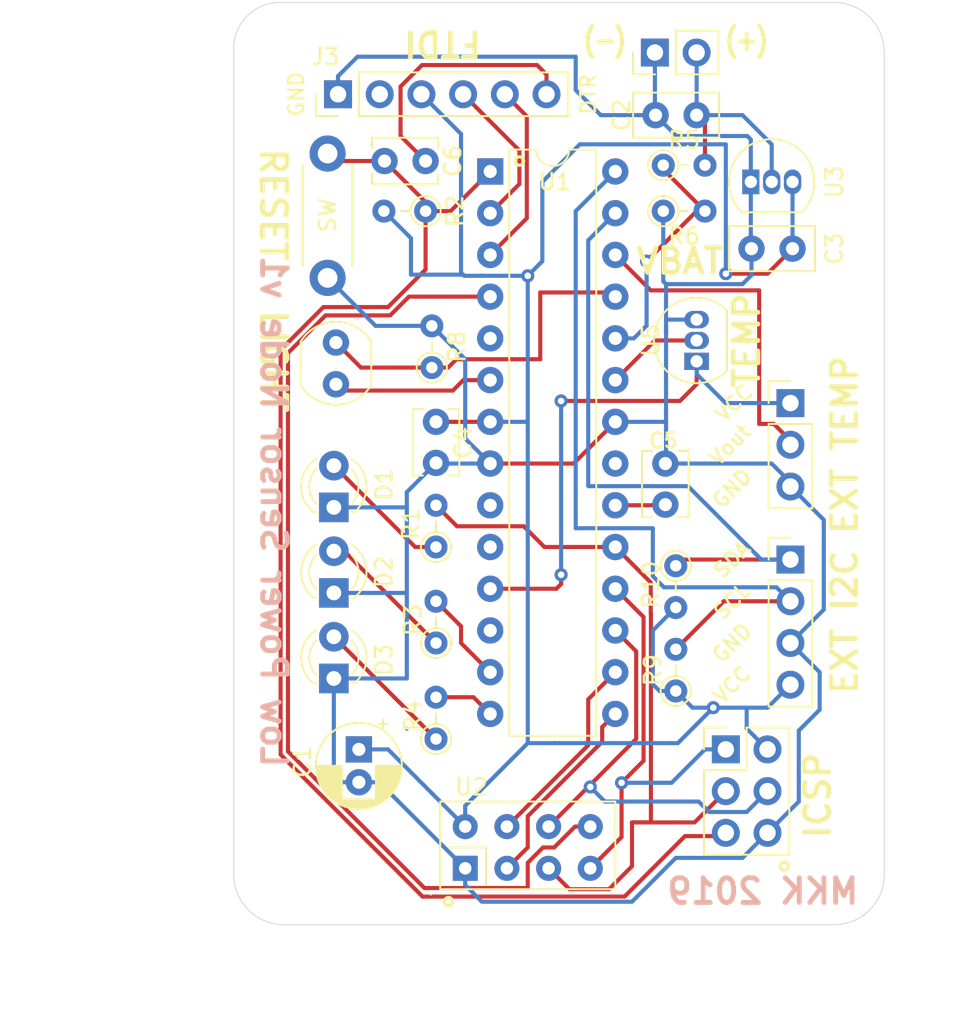
<source format=kicad_pcb>
(kicad_pcb (version 20241229) (generator "pcbnew") (generator_version "9.0")
  (layers (0 "F.Cu" signal) (2 "B.Cu" signal) (13 "F.Paste" user) (15 "B.Paste" user) (5 "F.SilkS" user) (7 "B.SilkS" user) (1 "F.Mask" user) (3 "B.Mask" user) (25 "Edge.Cuts" user))
  (net 0 "")
  (net 1 "Net-(D1-Pad2)")
  (net 2 "Net-(U1-Pad5)")
  (net 3 "Net-(U1-Pad21)")
  (net 4 "Net-(U1-Pad9)")
  (net 5 "Net-(U1-Pad10)")
  (net 6 "Net-(U1-Pad12)")
  (net 7 "Earth")
  (net 8 "BAT(+)")
  (net 9 "VCC1")
  (net 10 "Net-(C6-Pad1)")
  (net 11 "RESET")
  (net 12 "SCK")
  (net 13 "YELLED")
  (net 14 "REDLED")
  (net 15 "MISO")
  (net 16 "MOSI")
  (net 17 "Net-(J3-Pad2)")
  (net 18 "RXD")
  (net 19 "TXD")
  (net 20 "CE")
  (net 21 "~{CSN}")
  (net 22 "IRQ")
  (net 23 "TEMPPIN")
  (net 24 "VBAT")
  (net 25 "TEMPPOWER")
  (net 26 "Net-(D3-Pad2)")
  (net 27 "Net-(D2-Pad2)")
  (net 28 "LIGHTPIN")
  (net 29 "LIGHTPOWER")
  (net 30 "SDA")
  (net 31 "SCL")
  (net 32 "Net-(C5-Pad2)")
  (net 33 "EXT_TEMPPIN")
  (footprint "Capacitor_THT:C_Disc_D3.8mm_W2.6mm_P2.50mm" (layer "F.Cu") (at 137.795 95.377 -90)
    (property "Reference" "C4" (at 1.27 -1.651 270) (layer "F.SilkS"))
    (property "Value" "0.1uF")
    (pad "1" thru_hole circle (at 0 0 270) (size 1.6 1.6) (drill 0.8) (layers "*.Cu" "*.Mask") (net 9 "VCC1"))
    (pad "2" thru_hole circle (at 2.5 0 270) (size 1.6 1.6) (drill 0.8) (layers "*.Cu" "*.Mask") (net 7 "Earth"))
  )
  (footprint "Capacitor_THT:C_Disc_D3.8mm_W2.6mm_P2.50mm" (layer "F.Cu") (at 151.765 97.917 -90)
    (property "Reference" "C5" (at -1.397 0.127 0) (layer "F.SilkS") (effects (font (size 0.889 0.889) (thickness 0.1524))))
    (property "Value" "0.1uF")
    (pad "1" thru_hole circle (at 0 0 270) (size 1.6 1.6) (drill 0.8) (layers "*.Cu" "*.Mask") (net 7 "Earth"))
    (pad "2" thru_hole circle (at 2.5 0 270) (size 1.6 1.6) (drill 0.8) (layers "*.Cu" "*.Mask") (net 32 "Net-(C5-Pad2)"))
  )
  (footprint "Capacitor_THT:C_Disc_D3.8mm_W2.6mm_P2.50mm" (layer "F.Cu") (at 137.16 79.502 180)
    (property "Reference" "C6" (at -1.651 0 270) (layer "F.SilkS"))
    (property "Value" "0.1uF")
    (pad "1" thru_hole circle (at 0 0 180) (size 1.6 1.6) (drill 0.8) (layers "*.Cu" "*.Mask") (net 10 "Net-(C6-Pad1)"))
    (pad "2" thru_hole circle (at 2.5 0 180) (size 1.6 1.6) (drill 0.8) (layers "*.Cu" "*.Mask") (net 11 "RESET"))
  )
  (footprint "Connector_PinHeader_2.54mm:PinHeader_1x04_P2.54mm_Vertical" (layer "F.Cu") (at 159.385 103.759)
    (property "Reference" "J4" (hide yes))
    (property "Value" "BME280 Pinouts")
    (pad "1" thru_hole rect (at 0 0) (size 1.7 1.7) (drill 1) (layers "*.Cu" "*.Mask") (net 30 "SDA"))
    (pad "2" thru_hole oval (at 0 2.54) (size 1.7 1.7) (drill 1) (layers "*.Cu" "*.Mask") (net 31 "SCL"))
    (pad "3" thru_hole oval (at 0 5.08) (size 1.7 1.7) (drill 1) (layers "*.Cu" "*.Mask") (net 7 "Earth"))
    (pad "4" thru_hole oval (at 0 7.62) (size 1.7 1.7) (drill 1) (layers "*.Cu" "*.Mask") (net 9 "VCC1"))
  )
  (footprint "Resistor_THT:R_Axial_DIN0204_L3.6mm_D1.6mm_P2.54mm_Vertical" (layer "F.Cu") (at 137.795 114.681 90)
    (property "Reference" "R4" (at 1.397 -1.397 90) (layer "F.SilkS"))
    (property "Value" "470")
    (pad "1" thru_hole circle (at 0 0 90) (size 1.4 1.4) (drill 0.7) (layers "*.Cu" "*.Mask") (net 26 "Net-(D3-Pad2)"))
    (pad "2" thru_hole oval (at 2.54 0 90) (size 1.4 1.4) (drill 0.7) (layers "*.Cu" "*.Mask") (net 14 "REDLED"))
  )
  (footprint "Resistor_THT:R_Axial_DIN0204_L3.6mm_D1.6mm_P2.54mm_Vertical" (layer "F.Cu") (at 137.795 108.839 90)
    (property "Reference" "R3" (at 1.397 -1.397 270) (layer "F.SilkS"))
    (property "Value" "470")
    (pad "1" thru_hole circle (at 0 0 90) (size 1.4 1.4) (drill 0.7) (layers "*.Cu" "*.Mask") (net 27 "Net-(D2-Pad2)"))
    (pad "2" thru_hole oval (at 2.54 0 90) (size 1.4 1.4) (drill 0.7) (layers "*.Cu" "*.Mask") (net 13 "YELLED"))
  )
  (footprint "Resistor_THT:R_Axial_DIN0204_L3.6mm_D1.6mm_P2.54mm_Vertical" (layer "F.Cu") (at 151.638 82.55)
    (property "Reference" "R6" (at 1.27 1.524 180) (layer "F.SilkS"))
    (property "Value" "100K")
    (pad "1" thru_hole circle (at 0 0) (size 1.4 1.4) (drill 0.7) (layers "*.Cu" "*.Mask") (net 7 "Earth"))
    (pad "2" thru_hole oval (at 2.54 0) (size 1.4 1.4) (drill 0.7) (layers "*.Cu" "*.Mask") (net 24 "VBAT"))
  )
  (footprint "Package_TO_SOT_THT:TO-92_Inline" (layer "F.Cu") (at 156.972 80.772)
    (property "Reference" "U3" (at 5.08 0 90) (layer "F.SilkS"))
    (property "Value" "MCP1700-3302E_TO92")
    (pad "1" thru_hole rect (at 0 0) (size 1.05 1.5) (drill 0.75) (layers "*.Cu" "*.Mask") (net 7 "Earth"))
    (pad "2" thru_hole oval (at 1.27 0) (size 1.05 1.5) (drill 0.75) (layers "*.Cu" "*.Mask") (net 8 "BAT(+)"))
    (pad "3" thru_hole oval (at 2.54 0) (size 1.05 1.5) (drill 0.75) (layers "*.Cu" "*.Mask") (net 9 "VCC1"))
  )
  (footprint "LED_THT:LED_D3.0mm" (layer "F.Cu") (at 131.572 105.791 90)
    (property "Reference" "D2" (at 1.27 3.048 90) (layer "F.SilkS"))
    (property "Value" "YEL")
    (pad "1" thru_hole rect (at 0 0 90) (size 1.8 1.8) (drill 0.9) (layers "*.Cu" "*.Mask") (net 7 "Earth"))
    (pad "2" thru_hole circle (at 2.54 0 90) (size 1.8 1.8) (drill 0.9) (layers "*.Cu" "*.Mask") (net 27 "Net-(D2-Pad2)"))
  )
  (footprint "Resistor_THT:R_Axial_DIN0204_L3.6mm_D1.6mm_P2.54mm_Vertical" (layer "F.Cu") (at 151.638 79.756)
    (property "Reference" "R5" (at 1.27 -1.524 180) (layer "F.SilkS"))
    (property "Value" "330K")
    (pad "1" thru_hole circle (at 0 0) (size 1.4 1.4) (drill 0.7) (layers "*.Cu" "*.Mask") (net 24 "VBAT"))
    (pad "2" thru_hole oval (at 2.54 0) (size 1.4 1.4) (drill 0.7) (layers "*.Cu" "*.Mask") (net 8 "BAT(+)"))
  )
  (footprint "Resistor_THT:R_Axial_DIN0204_L3.6mm_D1.6mm_P2.54mm_Vertical" (layer "F.Cu") (at 137.541 92.075 90)
    (property "Reference" "R8" (at 1.27 1.524 90) (layer "F.SilkS"))
    (property "Value" "4.7K")
    (pad "1" thru_hole circle (at 0 0 90) (size 1.4 1.4) (drill 0.7) (layers "*.Cu" "*.Mask") (net 28 "LIGHTPIN"))
    (pad "2" thru_hole oval (at 2.54 0 90) (size 1.4 1.4) (drill 0.7) (layers "*.Cu" "*.Mask") (net 7 "Earth"))
  )
  (footprint "OptoDevice:R_LDR_4.9x4.2mm_P2.54mm_Vertical" (layer "F.Cu") (at 131.699 90.551 -90)
    (property "Reference" "R7" (hide yes))
    (property "Value" "R_PHOTO")
    (pad "1" thru_hole circle (at 0 0 270) (size 1.6 1.6) (drill 0.8) (layers "*.Cu" "*.Mask") (net 28 "LIGHTPIN"))
    (pad "2" thru_hole circle (at 2.54 0 270) (size 1.6 1.6) (drill 0.8) (layers "*.Cu" "*.Mask") (net 29 "LIGHTPOWER"))
  )
  (footprint "Resistor_THT:R_Axial_DIN0204_L3.6mm_D1.6mm_P2.54mm_Vertical" (layer "F.Cu") (at 137.16 82.55 180)
    (property "Reference" "R2" (at -1.778 0 270) (layer "F.SilkS"))
    (property "Value" "10k")
    (pad "1" thru_hole circle (at 0 0 180) (size 1.4 1.4) (drill 0.7) (layers "*.Cu" "*.Mask") (net 11 "RESET"))
    (pad "2" thru_hole oval (at 2.54 0 180) (size 1.4 1.4) (drill 0.7) (layers "*.Cu" "*.Mask") (net 9 "VCC1"))
  )
  (footprint "Resistor_THT:R_Axial_DIN0204_L3.6mm_D1.6mm_P2.54mm_Vertical" (layer "F.Cu") (at 137.795 102.997 90)
    (property "Reference" "R1" (at 1.397 -1.524 270) (layer "F.SilkS"))
    (property "Value" "470")
    (pad "1" thru_hole circle (at 0 0 90) (size 1.4 1.4) (drill 0.7) (layers "*.Cu" "*.Mask") (net 1 "Net-(D1-Pad2)"))
    (pad "2" thru_hole oval (at 2.54 0 90) (size 1.4 1.4) (drill 0.7) (layers "*.Cu" "*.Mask") (net 12 "SCK"))
  )
  (footprint "LED_THT:LED_D3.0mm" (layer "F.Cu") (at 131.572 100.584 90)
    (property "Reference" "D1" (at 1.397 3.048 90) (layer "F.SilkS"))
    (property "Value" "GRN")
    (pad "1" thru_hole rect (at 0 0 90) (size 1.8 1.8) (drill 0.9) (layers "*.Cu" "*.Mask") (net 7 "Earth"))
    (pad "2" thru_hole circle (at 2.54 0 90) (size 1.8 1.8) (drill 0.9) (layers "*.Cu" "*.Mask") (net 1 "Net-(D1-Pad2)"))
  )
  (footprint "Package_DIP:DIP-28_W7.62mm" (layer "F.Cu") (at 141.097 80.137)
    (property "Reference" "U1" (at 3.937 0.635 0) (layer "F.SilkS"))
    (property "Value" "ATmega328P-PU")
    (pad "1" thru_hole rect (at 0 0) (size 1.6 1.6) (drill 0.8) (layers "*.Cu" "*.Mask") (net 11 "RESET"))
    (pad "2" thru_hole oval (at 0 2.54) (size 1.6 1.6) (drill 0.8) (layers "*.Cu" "*.Mask") (net 18 "RXD"))
    (pad "3" thru_hole oval (at 0 5.08) (size 1.6 1.6) (drill 0.8) (layers "*.Cu" "*.Mask") (net 19 "TXD"))
    (pad "4" thru_hole oval (at 0 7.62) (size 1.6 1.6) (drill 0.8) (layers "*.Cu" "*.Mask") (net 22 "IRQ"))
    (pad "5" thru_hole oval (at 0 10.16) (size 1.6 1.6) (drill 0.8) (layers "*.Cu" "*.Mask") (net 2 "Net-(U1-Pad5)"))
    (pad "6" thru_hole oval (at 0 12.7) (size 1.6 1.6) (drill 0.8) (layers "*.Cu" "*.Mask") (net 29 "LIGHTPOWER"))
    (pad "7" thru_hole oval (at 0 15.24) (size 1.6 1.6) (drill 0.8) (layers "*.Cu" "*.Mask") (net 9 "VCC1"))
    (pad "8" thru_hole oval (at 0 17.78) (size 1.6 1.6) (drill 0.8) (layers "*.Cu" "*.Mask") (net 7 "Earth"))
    (pad "9" thru_hole oval (at 0 20.32) (size 1.6 1.6) (drill 0.8) (layers "*.Cu" "*.Mask") (net 4 "Net-(U1-Pad9)"))
    (pad "10" thru_hole oval (at 0 22.86) (size 1.6 1.6) (drill 0.8) (layers "*.Cu" "*.Mask") (net 5 "Net-(U1-Pad10)"))
    (pad "11" thru_hole oval (at 0 25.4) (size 1.6 1.6) (drill 0.8) (layers "*.Cu" "*.Mask") (net 25 "TEMPPOWER"))
    (pad "12" thru_hole oval (at 0 27.94) (size 1.6 1.6) (drill 0.8) (layers "*.Cu" "*.Mask") (net 6 "Net-(U1-Pad12)"))
    (pad "13" thru_hole oval (at 0 30.48) (size 1.6 1.6) (drill 0.8) (layers "*.Cu" "*.Mask") (net 13 "YELLED"))
    (pad "14" thru_hole oval (at 0 33.02) (size 1.6 1.6) (drill 0.8) (layers "*.Cu" "*.Mask") (net 14 "REDLED"))
    (pad "15" thru_hole oval (at 7.62 33.02) (size 1.6 1.6) (drill 0.8) (layers "*.Cu" "*.Mask") (net 20 "CE"))
    (pad "16" thru_hole oval (at 7.62 30.48) (size 1.6 1.6) (drill 0.8) (layers "*.Cu" "*.Mask") (net 21 "~{CSN}"))
    (pad "17" thru_hole oval (at 7.62 27.94) (size 1.6 1.6) (drill 0.8) (layers "*.Cu" "*.Mask") (net 16 "MOSI"))
    (pad "18" thru_hole oval (at 7.62 25.4) (size 1.6 1.6) (drill 0.8) (layers "*.Cu" "*.Mask") (net 15 "MISO"))
    (pad "19" thru_hole oval (at 7.62 22.86) (size 1.6 1.6) (drill 0.8) (layers "*.Cu" "*.Mask") (net 12 "SCK"))
    (pad "20" thru_hole oval (at 7.62 20.32) (size 1.6 1.6) (drill 0.8) (layers "*.Cu" "*.Mask") (net 32 "Net-(C5-Pad2)"))
    (pad "21" thru_hole oval (at 7.62 17.78) (size 1.6 1.6) (drill 0.8) (layers "*.Cu" "*.Mask") (net 3 "Net-(U1-Pad21)"))
    (pad "22" thru_hole oval (at 7.62 15.24) (size 1.6 1.6) (drill 0.8) (layers "*.Cu" "*.Mask") (net 7 "Earth"))
    (pad "23" thru_hole oval (at 7.62 12.7) (size 1.6 1.6) (drill 0.8) (layers "*.Cu" "*.Mask") (net 23 "TEMPPIN"))
    (pad "24" thru_hole oval (at 7.62 10.16) (size 1.6 1.6) (drill 0.8) (layers "*.Cu" "*.Mask") (net 24 "VBAT"))
    (pad "25" thru_hole oval (at 7.62 7.62) (size 1.6 1.6) (drill 0.8) (layers "*.Cu" "*.Mask") (net 28 "LIGHTPIN"))
    (pad "26" thru_hole oval (at 7.62 5.08) (size 1.6 1.6) (drill 0.8) (layers "*.Cu" "*.Mask") (net 33 "EXT_TEMPPIN"))
    (pad "27" thru_hole oval (at 7.62 2.54) (size 1.6 1.6) (drill 0.8) (layers "*.Cu" "*.Mask") (net 30 "SDA"))
    (pad "28" thru_hole oval (at 7.62 0) (size 1.6 1.6) (drill 0.8) (layers "*.Cu" "*.Mask") (net 31 "SCL"))
  )
  (footprint "Connector_PinHeader_2.54mm:PinHeader_2x03_P2.54mm_Vertical" (layer "F.Cu") (at 155.448 115.316)
    (property "Reference" "J2" (hide yes))
    (property "Value" "AVR-ISP-6")
    (pad "1" thru_hole rect (at 0 0) (size 1.7 1.7) (drill 1) (layers "*.Cu" "*.Mask") (net 15 "MISO"))
    (pad "2" thru_hole oval (at 2.54 0) (size 1.7 1.7) (drill 1) (layers "*.Cu" "*.Mask") (net 9 "VCC1"))
    (pad "3" thru_hole oval (at 0 2.54) (size 1.7 1.7) (drill 1) (layers "*.Cu" "*.Mask") (net 12 "SCK"))
    (pad "4" thru_hole oval (at 2.54 2.54) (size 1.7 1.7) (drill 1) (layers "*.Cu" "*.Mask") (net 16 "MOSI"))
    (pad "5" thru_hole oval (at 0 5.08) (size 1.7 1.7) (drill 1) (layers "*.Cu" "*.Mask") (net 11 "RESET"))
    (pad "6" thru_hole oval (at 2.54 5.08) (size 1.7 1.7) (drill 1) (layers "*.Cu" "*.Mask") (net 7 "Earth"))
  )
  (footprint "LoPower2:SW_PUSH_L6mm_W3.5mm_H5mm" (layer "F.Cu") (at 131.191 78.994 -90)
    (property "Reference" "SW1" (hide yes))
    (property "Value" "SW_Push")
    (fp_text user "SW" (at 3.81 0 270) (layer "F.SilkS"))
    (pad "1" thru_hole circle (at 0.052 0 270) (size 2.2 2.2) (drill 1.2) (layers "*.Cu" "*.Mask") (net 11 "RESET"))
    (pad "2" thru_hole circle (at 7.62 0 270) (size 2.2 2.2) (drill 1.2) (layers "*.Cu" "*.Mask") (net 7 "Earth"))
  )
  (footprint "Capacitor_THT:C_Disc_D5.0mm_W2.5mm_P2.50mm" (layer "F.Cu") (at 153.67 76.708 180)
    (property "Reference" "C2" (at 4.572 0 270) (layer "F.SilkS"))
    (property "Value" "1uF")
    (pad "1" thru_hole circle (at 0 0 180) (size 1.6 1.6) (drill 0.8) (layers "*.Cu" "*.Mask") (net 8 "BAT(+)"))
    (pad "2" thru_hole circle (at 2.5 0 180) (size 1.6 1.6) (drill 0.8) (layers "*.Cu" "*.Mask") (net 7 "Earth"))
  )
  (footprint "Package_TO_SOT_THT:TO-92_Inline" (layer "F.Cu") (at 153.67 91.694 90)
    (property "Reference" "U5" (at 1.27 -2.794 90) (layer "F.SilkS"))
    (property "Value" "LM35DZ")
    (pad "1" thru_hole rect (at 0 0 90) (size 1.05 1.5) (drill 0.75) (layers "*.Cu" "*.Mask") (net 25 "TEMPPOWER"))
    (pad "2" thru_hole oval (at 1.27 0 90) (size 1.05 1.5) (drill 0.75) (layers "*.Cu" "*.Mask") (net 23 "TEMPPIN"))
    (pad "3" thru_hole oval (at 2.54 0 90) (size 1.05 1.5) (drill 0.75) (layers "*.Cu" "*.Mask") (net 7 "Earth"))
  )
  (footprint "LED_THT:LED_D3.0mm" (layer "F.Cu") (at 131.572 110.998 90)
    (property "Reference" "D3" (at 1.143 3.048 270) (layer "F.SilkS"))
    (property "Value" "RED")
    (pad "1" thru_hole rect (at 0 0 90) (size 1.8 1.8) (drill 0.9) (layers "*.Cu" "*.Mask") (net 7 "Earth"))
    (pad "2" thru_hole circle (at 2.54 0 90) (size 1.8 1.8) (drill 0.9) (layers "*.Cu" "*.Mask") (net 26 "Net-(D3-Pad2)"))
  )
  (footprint "MountingHole:MountingHole_3.2mm_M3" (layer "F.Cu") (at 129.286 122.174)
    (property "Reference" "REF**" (hide yes))
    (property "Value" "MountingHole_3.2mm_M3")
    (pad "" np_thru_hole circle (at 0 0) (size 3.2 3.2) (drill 3.2) (layers "*.Cu" "*.Mask"))
  )
  (footprint "Connector_PinHeader_2.54mm:PinHeader_1x02_P2.54mm_Vertical" (layer "F.Cu") (at 151.13 72.898 90)
    (property "Reference" "J1" (hide yes))
    (property "Value" "3xAA Battery")
    (pad "1" thru_hole rect (at 0 0 90) (size 1.7 1.7) (drill 1) (layers "*.Cu" "*.Mask") (net 7 "Earth"))
    (pad "2" thru_hole oval (at 0 2.54 90) (size 1.7 1.7) (drill 1) (layers "*.Cu" "*.Mask") (net 8 "BAT(+)"))
  )
  (footprint "Connector_PinHeader_2.54mm:PinHeader_1x03_P2.54mm_Vertical" (layer "F.Cu") (at 159.385 94.234)
    (property "Reference" "J5" (hide yes))
    (property "Value" "EXT_TEMP")
    (pad "1" thru_hole rect (at 0 0) (size 1.7 1.7) (drill 1) (layers "*.Cu" "*.Mask") (net 25 "TEMPPOWER"))
    (pad "2" thru_hole oval (at 0 2.54) (size 1.7 1.7) (drill 1) (layers "*.Cu" "*.Mask") (net 33 "EXT_TEMPPIN"))
    (pad "3" thru_hole oval (at 0 5.08) (size 1.7 1.7) (drill 1) (layers "*.Cu" "*.Mask") (net 7 "Earth"))
  )
  (footprint "LoPower2:nRF24L01" (layer "F.Cu") (at 139.573 122.555 90)
    (property "Reference" "U2" (at 4.953 0.381 180) (layer "F.SilkS"))
    (property "Value" "NRF24L01")
    (pad "1" thru_hole rect (at 0 0 90) (size 1.524 1.524) (drill 0.762) (layers "*.Cu" "*.Mask") (net 7 "Earth"))
    (pad "2" thru_hole circle (at 2.54 0 90) (size 1.524 1.524) (drill 0.762) (layers "*.Cu" "*.Mask") (net 9 "VCC1"))
    (pad "3" thru_hole circle (at 0 2.54 90) (size 1.524 1.524) (drill 0.762) (layers "*.Cu" "*.Mask") (net 20 "CE"))
    (pad "4" thru_hole circle (at 2.54 2.54 90) (size 1.524 1.524) (drill 0.762) (layers "*.Cu" "*.Mask") (net 21 "~{CSN}"))
    (pad "5" thru_hole circle (at 0 5.08 90) (size 1.524 1.524) (drill 0.762) (layers "*.Cu" "*.Mask") (net 12 "SCK"))
    (pad "6" thru_hole circle (at 2.54 5.08 90) (size 1.524 1.524) (drill 0.762) (layers "*.Cu" "*.Mask") (net 16 "MOSI"))
    (pad "7" thru_hole circle (at 0 7.62 90) (size 1.524 1.524) (drill 0.762) (layers "*.Cu" "*.Mask") (net 15 "MISO"))
    (pad "8" thru_hole circle (at 2.54 7.62 90) (size 1.524 1.524) (drill 0.762) (layers "*.Cu" "*.Mask") (net 22 "IRQ"))
  )
  (footprint "Resistor_THT:R_Axial_DIN0204_L3.6mm_D1.6mm_P2.54mm_Vertical" (layer "F.Cu") (at 152.4 104.14 -90)
    (property "Reference" "R10" (at 1.143 1.524 270) (layer "F.SilkS"))
    (property "Value" "4.7k")
    (pad "1" thru_hole circle (at 0 0 270) (size 1.4 1.4) (drill 0.7) (layers "*.Cu" "*.Mask") (net 30 "SDA"))
    (pad "2" thru_hole oval (at 2.54 0 270) (size 1.4 1.4) (drill 0.7) (layers "*.Cu" "*.Mask") (net 9 "VCC1"))
  )
  (footprint "Connector_PinHeader_2.54mm:PinHeader_1x06_P2.54mm_Vertical" (layer "F.Cu") (at 131.826 75.438 90)
    (property "Reference" "J3" (at 2.286 -0.762 180) (layer "F.SilkS"))
    (property "Value" "FTDI")
    (pad "1" thru_hole rect (at 0 0 90) (size 1.7 1.7) (drill 1) (layers "*.Cu" "*.Mask") (net 7 "Earth"))
    (pad "2" thru_hole oval (at 0 2.54 90) (size 1.7 1.7) (drill 1) (layers "*.Cu" "*.Mask") (net 17 "Net-(J3-Pad2)"))
    (pad "3" thru_hole oval (at 0 5.08 90) (size 1.7 1.7) (drill 1) (layers "*.Cu" "*.Mask") (net 9 "VCC1"))
    (pad "4" thru_hole oval (at 0 7.62 90) (size 1.7 1.7) (drill 1) (layers "*.Cu" "*.Mask") (net 18 "RXD"))
    (pad "5" thru_hole oval (at 0 10.16 90) (size 1.7 1.7) (drill 1) (layers "*.Cu" "*.Mask") (net 19 "TXD"))
    (pad "6" thru_hole oval (at 0 12.7 90) (size 1.7 1.7) (drill 1) (layers "*.Cu" "*.Mask") (net 10 "Net-(C6-Pad1)"))
  )
  (footprint "MountingHole:MountingHole_3.2mm_M3" (layer "F.Cu") (at 161.29 73.66)
    (property "Reference" "REF**" (hide yes))
    (property "Value" "MountingHole_3.2mm_M3")
    (pad "" np_thru_hole circle (at 0 0) (size 3.2 3.2) (drill 3.2) (layers "*.Cu" "*.Mask"))
  )
  (footprint "Capacitor_THT:CP_Radial_D5.0mm_P2.00mm" (layer "F.Cu") (at 133.096 115.316 -90)
    (property "Reference" "C1" (at 0.762 3.429 270) (layer "F.SilkS"))
    (property "Value" "10uF 16V")
    (pad "1" thru_hole rect (at 0 0 270) (size 1.6 1.6) (drill 0.8) (layers "*.Cu" "*.Mask") (net 9 "VCC1"))
    (pad "2" thru_hole circle (at 2 0 270) (size 1.6 1.6) (drill 0.8) (layers "*.Cu" "*.Mask") (net 7 "Earth"))
  )
  (footprint "Capacitor_THT:C_Disc_D5.0mm_W2.5mm_P2.50mm" (layer "F.Cu") (at 159.512 84.836 180)
    (property "Reference" "C3" (at -2.54 0 270) (layer "F.SilkS"))
    (property "Value" "1uF")
    (pad "1" thru_hole circle (at 0 0 180) (size 1.6 1.6) (drill 0.8) (layers "*.Cu" "*.Mask") (net 9 "VCC1"))
    (pad "2" thru_hole circle (at 2.5 0 180) (size 1.6 1.6) (drill 0.8) (layers "*.Cu" "*.Mask") (net 7 "Earth"))
  )
  (footprint "Resistor_THT:R_Axial_DIN0204_L3.6mm_D1.6mm_P2.54mm_Vertical" (layer "F.Cu") (at 152.4 111.76 90)
    (property "Reference" "R9" (at 1.27 -1.397 90) (layer "F.SilkS"))
    (property "Value" "4.7k")
    (pad "1" thru_hole circle (at 0 0 90) (size 1.4 1.4) (drill 0.7) (layers "*.Cu" "*.Mask") (net 9 "VCC1"))
    (pad "2" thru_hole oval (at 2.54 0 90) (size 1.4 1.4) (drill 0.7) (layers "*.Cu" "*.Mask") (net 31 "SCL"))
  )
  (gr_circle (center 142.875 79.502) (end 143.129 79.502) (stroke (width 0.2)) (fill no) (layer "F.SilkS"))
  (gr_circle (center 159.004 122.428) (end 159.004 122.682) (stroke (width 0.2)) (fill no) (layer "F.SilkS"))
  (gr_circle (center 138.557 124.587) (end 138.811 124.587) (stroke (width 0.2)) (fill no) (layer "F.SilkS"))
  (gr_arc (start 165.1 122.936) (mid 164.207261 125.091261) (end 162.052 125.984) (stroke (width 0.05)) (layer "Edge.Cuts"))
  (gr_arc (start 125.476 72.644) (mid 126.294344 70.668344) (end 128.27 69.85) (stroke (width 0.05)) (layer "Edge.Cuts"))
  (gr_arc (start 162.052 69.85) (mid 164.207261 70.742739) (end 165.1 72.898) (stroke (width 0.05)) (layer "Edge.Cuts"))
  (gr_arc (start 128.524 125.984) (mid 126.368739 125.091261) (end 125.476 122.936) (stroke (width 0.05)) (layer "Edge.Cuts"))
  (gr_line (start 128.27 69.85) (end 162.052 69.85) (stroke (width 0.05)) (layer "Edge.Cuts"))
  (gr_line (start 165.1 72.898) (end 165.1 122.936) (stroke (width 0.05)) (layer "Edge.Cuts"))
  (gr_line (start 128.524 125.984) (end 162.052 125.984) (stroke (width 0.05)) (layer "Edge.Cuts"))
  (gr_line (start 125.476 122.936) (end 125.476 72.644) (stroke (width 0.05)) (layer "Edge.Cuts"))
  (gr_text "(+)" (at 156.718 72.136 0) (layer "F.SilkS") (effects (font (size 1.25 1) (thickness 0.25))))
  (gr_text "GND" (at 155.829 99.441 45) (layer "F.SilkS") (effects (font (size 0.889 0.889) (thickness 0.1524))))
  (gr_text "VCC" (at 155.956 94.234 45) (layer "F.SilkS") (effects (font (size 0.889 0.889) (thickness 0.1524))))
  (gr_text "Vout" (at 155.702 96.774 45) (layer "F.SilkS") (effects (font (size 0.889 0.889) (thickness 0.1524))))
  (gr_text "(-)" (at 148.082 72.136 0) (layer "F.SilkS") (effects (font (size 1.25 1) (thickness 0.25))))
  (gr_text "VCC" (at 155.829 111.379 45) (layer "F.SilkS") (effects (font (size 0.889 0.889) (thickness 0.1524))))
  (gr_text "GND" (at 129.286 75.438 90) (layer "F.SilkS") (effects (font (size 0.889 0.889) (thickness 0.1524))))
  (gr_text "EXT I2C" (at 162.687 107.569 90) (layer "F.SilkS") (effects (font (size 1.5 1.5) (thickness 0.3))))
  (gr_text "DTR" (at 147.066 75.438 90) (layer "F.SilkS") (effects (font (size 0.889 0.889) (thickness 0.1524))))
  (gr_text "TEMP" (at 156.718 90.424 90) (layer "F.SilkS") (effects (font (size 1.5 1.5) (thickness 0.3))))
  (gr_text "SDA" (at 155.829 103.759 45) (layer "F.SilkS") (effects (font (size 0.889 0.889) (thickness 0.1524))))
  (gr_text "RESET" (at 127.889 82.169 270) (layer "F.SilkS") (effects (font (size 1.5 1.5) (thickness 0.3))))
  (gr_text "ICSP" (at 161.036 118.11 90) (layer "F.SilkS") (effects (font (size 1.5 1.5) (thickness 0.3))))
  (gr_text "VBAT" (at 152.654 85.598 0) (layer "F.SilkS") (effects (font (size 1.5 1.5) (thickness 0.3))))
  (gr_text "GND" (at 155.829 108.839 45) (layer "F.SilkS") (effects (font (size 0.889 0.889) (thickness 0.1524))))
  (gr_text "FTDI" (at 138.2014 72.3646 180) (layer "F.SilkS") (effects (font (size 1.5 1.5) (thickness 0.3))))
  (gr_text "SCL" (at 155.829 106.299 45) (layer "F.SilkS") (effects (font (size 0.889 0.889) (thickness 0.1524))))
  (gr_text "EXT TEMP" (at 162.687 96.774 90) (layer "F.SilkS") (effects (font (size 1.5 1.5) (thickness 0.3))))
  (gr_text "LIGHT" (at 127.889 91.694 270) (layer "F.SilkS") (effects (font (size 1.5 1.5) (thickness 0.3))))
  (gr_text "MKK 2019" (at 157.7086 123.952 0) (layer "B.SilkS") (effects (font (size 1.5 1.5) (thickness 0.3)) (justify mirror)))
  (gr_text "Low Power Sensor Node v1" (at 127.9144 100.838 270) (layer "B.SilkS") (effects (font (size 1.5 1.5) (thickness 0.3)) (justify mirror)))
  (segment (start 137.795 102.997) (end 136.525 102.997) (width 0.25) (layer "F.Cu") (net 1))
  (segment (start 136.525 102.997) (end 131.572 98.044) (width 0.25) (layer "F.Cu") (net 1))
  (segment (start 137.835 97.917) (end 137.795 97.877) (width 0.25) (layer "F.Cu") (net 7))
  (segment (start 151.257 97.917) (end 151.765 97.917) (width 0.25) (layer "F.Cu") (net 7))
  (segment (start 146.177 97.917) (end 148.717 95.377) (width 0.25) (layer "F.Cu") (net 7))
  (segment (start 141.097 97.917) (end 146.177 97.917) (width 0.25) (layer "F.Cu") (net 7))
  (segment (start 139.573 96.393) (end 141.097 97.917) (width 0.25) (layer "B.Cu") (net 7))
  (segment (start 139.573 91.567) (end 139.573 96.393) (width 0.25) (layer "B.Cu") (net 7))
  (segment (start 137.541 89.535) (end 139.573 91.567) (width 0.25) (layer "B.Cu") (net 7))
  (segment (start 151.807001 95.377) (end 151.807001 97.663) (width 0.25) (layer "B.Cu") (net 7))
  (segment (start 148.717 95.377) (end 151.807001 95.377) (width 0.25) (layer "B.Cu") (net 7))
  (segment (start 159.893 114.173) (end 161.163 112.903) (width 0.25) (layer "B.Cu") (net 7))
  (segment (start 154.178 97.917) (end 158.242 97.917) (width 0.25) (layer "B.Cu") (net 7))
  (segment (start 159.512 118.872) (end 157.988 120.396) (width 0.25) (layer "B.Cu") (net 7))
  (segment (start 136.017 105.791) (end 136.017 110.229) (width 0.25) (layer "B.Cu") (net 7))
  (segment (start 136.017 100.584) (end 136.017 105.149) (width 0.25) (layer "B.Cu") (net 7))
  (segment (start 151.638 86.823998) (end 151.638 82.55) (width 0.25) (layer "B.Cu") (net 7))
  (segment (start 139.573 123.571) (end 140.589 124.587) (width 0.25) (layer "B.Cu") (net 7))
  (segment (start 134.119 105.791) (end 136.017 105.791) (width 0.25) (layer "B.Cu") (net 7))
  (segment (start 151.807001 89.154) (end 151.807001 89.916) (width 0.25) (layer "B.Cu") (net 7))
  (segment (start 136.017 110.229) (end 136.017 110.998) (width 0.25) (layer "B.Cu") (net 7))
  (segment (start 161.163 112.903) (end 161.163 110.617) (width 0.25) (layer "B.Cu") (net 7))
  (segment (start 131.572 116.92337) (end 131.96463 117.316) (width 0.25) (layer "B.Cu") (net 7))
  (segment (start 156.972 80.772) (end 156.972 84.796) (width 0.25) (layer "B.Cu") (net 7))
  (segment (start 157.012 86.444999) (end 156.464 86.992999) (width 0.25) (layer "B.Cu") (net 7))
  (segment (start 141.097 97.917) (end 137.835 97.917) (width 0.25) (layer "B.Cu") (net 7))
  (segment (start 151.807001 89.916) (end 151.807001 90.932) (width 0.25) (layer "B.Cu") (net 7))
  (segment (start 160.234999 100.163999) (end 159.385 99.314) (width 0.25) (layer "B.Cu") (net 7))
  (segment (start 159.893 118.491) (end 159.512 118.872) (width 0.25) (layer "B.Cu") (net 7))
  (segment (start 156.972 78.192) (end 156.758 77.978) (width 0.25) (layer "B.Cu") (net 7))
  (segment (start 151.807001 90.932) (end 151.807001 95.377) (width 0.25) (layer "B.Cu") (net 7))
  (segment (start 152.44 77.978) (end 151.17 76.708) (width 0.25) (layer "B.Cu") (net 7))
  (segment (start 151.13 76.668) (end 151.17 76.708) (width 0.25) (layer "B.Cu") (net 7))
  (segment (start 161.163 110.617) (end 159.385 108.839) (width 0.25) (layer "B.Cu") (net 7))
  (segment (start 133.096 117.316) (end 134.334 117.316) (width 0.25) (layer "B.Cu") (net 7))
  (segment (start 151.807001 86.992999) (end 151.638 86.823998) (width 0.25) (layer "B.Cu") (net 7))
  (segment (start 136.017 105.149) (end 136.017 105.791) (width 0.25) (layer "B.Cu") (net 7))
  (segment (start 156.972 78.192) (end 156.972 80.772) (width 0.25) (layer "B.Cu") (net 7))
  (segment (start 161.417 101.346) (end 160.234999 100.163999) (width 0.25) (layer "B.Cu") (net 7))
  (segment (start 161.417 106.807) (end 161.417 101.346) (width 0.25) (layer "B.Cu") (net 7))
  (segment (start 133.992 110.998) (end 136.017 110.998) (width 0.25) (layer "B.Cu") (net 7))
  (segment (start 136.017 100.584) (end 136.017 99.655) (width 0.25) (layer "B.Cu") (net 7))
  (segment (start 133.992 110.998) (end 131.572 110.998) (width 0.25) (layer "B.Cu") (net 7))
  (segment (start 131.96463 117.316) (end 133.096 117.316) (width 0.25) (layer "B.Cu") (net 7))
  (segment (start 146.304 73.152) (end 133.012 73.152) (width 0.25) (layer "B.Cu") (net 7))
  (segment (start 137.835 97.917) (end 137.795 97.877) (width 0.25) (layer "B.Cu") (net 7))
  (segment (start 159.893 118.491) (end 159.893 114.173) (width 0.25) (layer "B.Cu") (net 7))
  (segment (start 133.012 73.152) (end 131.826 74.338) (width 0.25) (layer "B.Cu") (net 7))
  (segment (start 151.807001 86.992999) (end 151.807001 89.154) (width 0.25) (layer "B.Cu") (net 7))
  (segment (start 158.242 97.917) (end 159.639 99.314) (width 0.25) (layer "B.Cu") (net 7))
  (segment (start 134.334 117.316) (end 139.573 122.555) (width 0.25) (layer "B.Cu") (net 7))
  (segment (start 140.589 124.587) (end 149.733 124.587) (width 0.25) (layer "B.Cu") (net 7))
  (segment (start 131.572 110.998) (end 131.572 116.92337) (width 0.25) (layer "B.Cu") (net 7))
  (segment (start 136.017 99.655) (end 137.795 97.877) (width 0.25) (layer "B.Cu") (net 7))
  (segment (start 152.4 121.92) (end 156.464 121.92) (width 0.25) (layer "B.Cu") (net 7))
  (segment (start 137.541 89.535) (end 134.112 89.535) (width 0.25) (layer "B.Cu") (net 7))
  (segment (start 151.13 72.898) (end 151.13 76.668) (width 0.25) (layer "B.Cu") (net 7))
  (segment (start 151.807001 89.154) (end 153.67 89.154) (width 0.25) (layer "B.Cu") (net 7))
  (segment (start 157.012 84.836) (end 157.012 86.444999) (width 0.25) (layer "B.Cu") (net 7))
  (segment (start 136.017 114.053) (end 136.01 114.053) (width 0.25) (layer "B.Cu") (net 7))
  (segment (start 152.89637 97.917) (end 151.765 97.917) (width 0.25) (layer "B.Cu") (net 7))
  (segment (start 156.464 121.92) (end 157.988 120.396) (width 0.25) (layer "B.Cu") (net 7))
  (segment (start 134.119 105.791) (end 131.572 105.791) (width 0.25) (layer "B.Cu") (net 7))
  (segment (start 151.807001 89.572999) (end 151.807001 89.916) (width 0.25) (layer "B.Cu") (net 7))
  (segment (start 149.733 124.587) (end 152.4 121.92) (width 0.25) (layer "B.Cu") (net 7))
  (segment (start 134.112 89.535) (end 131.191 86.614) (width 0.25) (layer "B.Cu") (net 7))
  (segment (start 156.758 77.978) (end 152.44 77.978) (width 0.25) (layer "B.Cu") (net 7))
  (segment (start 154.178 97.917) (end 152.89637 97.917) (width 0.25) (layer "B.Cu") (net 7))
  (segment (start 147.828 76.708) (end 151.17 76.708) (width 0.25) (layer "B.Cu") (net 7))
  (segment (start 146.304 73.152) (end 146.304 75.184) (width 0.25) (layer "B.Cu") (net 7))
  (segment (start 151.807001 86.992999) (end 156.464 86.992999) (width 0.25) (layer "B.Cu") (net 7))
  (segment (start 135.088 100.584) (end 136.017 100.584) (width 0.25) (layer "B.Cu") (net 7))
  (segment (start 146.304 75.184) (end 147.828 76.708) (width 0.25) (layer "B.Cu") (net 7))
  (segment (start 135.088 100.584) (end 131.572 100.584) (width 0.25) (layer "B.Cu") (net 7))
  (segment (start 156.972 84.796) (end 157.012 84.836) (width 0.25) (layer "B.Cu") (net 7))
  (segment (start 139.573 122.555) (end 139.573 123.571) (width 0.25) (layer "B.Cu") (net 7))
  (segment (start 131.826 74.338) (end 131.826 75.438) (width 0.25) (layer "B.Cu") (net 7))
  (segment (start 159.385 108.839) (end 161.417 106.807) (width 0.25) (layer "B.Cu") (net 7))
  (segment (start 154.178 77.216) (end 153.67 76.708) (width 0.25) (layer "F.Cu") (net 8))
  (segment (start 154.178 79.756) (end 154.178 77.216) (width 0.25) (layer "F.Cu") (net 8))
  (segment (start 156.464 76.708) (end 153.67 76.708) (width 0.25) (layer "B.Cu") (net 8))
  (segment (start 158.242 80.772) (end 158.242 78.486) (width 0.25) (layer "B.Cu") (net 8))
  (segment (start 158.242 78.486) (end 156.464 76.708) (width 0.25) (layer "B.Cu") (net 8))
  (segment (start 153.67 72.898) (end 153.67 76.708) (width 0.25) (layer "B.Cu") (net 8))
  (segment (start 137.795 95.377) (end 138.92637 95.377) (width 0.25) (layer "F.Cu") (net 9))
  (segment (start 138.92637 95.377) (end 141.097 95.377) (width 0.25) (layer "F.Cu") (net 9))
  (segment (start 157.988 86.36) (end 159.512 84.836) (width 0.25) (layer "F.Cu") (net 9))
  (segment (start 155.448 86.36) (end 157.988 86.36) (width 0.25) (layer "F.Cu") (net 9))
  (via (at 143.383 86.487) (size 0.8) (drill 0.4) (layers "F.Cu" "B.Cu") (net 9))
  (via (at 154.686 112.776) (size 0.8) (drill 0.4) (layers "F.Cu" "B.Cu") (net 9))
  (via (at 155.448 86.36) (size 0.8) (drill 0.4) (layers "F.Cu" "B.Cu") (net 9))
  (segment (start 143.383 95.377) (end 143.383 113.411) (width 0.25) (layer "B.Cu") (net 9))
  (segment (start 141.097 95.377) (end 142.22837 95.377) (width 0.25) (layer "B.Cu") (net 9))
  (segment (start 142.22837 95.377) (end 143.383 95.377) (width 0.25) (layer "B.Cu") (net 9))
  (segment (start 143.383 94.361) (end 143.383 95.377) (width 0.25) (layer "B.Cu") (net 9))
  (segment (start 143.383 113.411) (end 143.383 113.665) (width 0.25) (layer "B.Cu") (net 9))
  (segment (start 143.383 89.281) (end 143.383 94.361) (width 0.25) (layer "B.Cu") (net 9))
  (segment (start 154.686 112.776) (end 156.718 112.776) (width 0.25) (layer "B.Cu") (net 9))
  (segment (start 145.034 114.935) (end 145.288 114.935) (width 0.25) (layer "B.Cu") (net 9))
  (segment (start 136.271 86.41799) (end 136.271 84.201) (width 0.25) (layer "B.Cu") (net 9))
  (segment (start 143.383 114.935) (end 139.573 118.745) (width 0.25) (layer "B.Cu") (net 9))
  (segment (start 153.416 112.776) (end 152.4 111.76) (width 0.25) (layer "B.Cu") (net 9))
  (segment (start 155.448 78.486) (end 146.558 78.486) (width 0.25) (layer "B.Cu") (net 9))
  (segment (start 151.410051 111.76) (end 151.003 111.352949) (width 0.25) (layer "B.Cu") (net 9))
  (segment (start 154.686 112.776) (end 153.416 112.776) (width 0.25) (layer "B.Cu") (net 9))
  (segment (start 157.988 112.776) (end 159.385 111.379) (width 0.25) (layer "B.Cu") (net 9))
  (segment (start 152.146 114.935) (end 152.527 114.935) (width 0.25) (layer "B.Cu") (net 9))
  (segment (start 145.288 114.935) (end 152.146 114.935) (width 0.25) (layer "B.Cu") (net 9))
  (segment (start 136.271 86.41799) (end 139.446 86.41799) (width 0.25) (layer "B.Cu") (net 9))
  (segment (start 144.272 80.772) (end 144.272 85.598) (width 0.25) (layer "B.Cu") (net 9))
  (segment (start 151.003 108.077) (end 152.4 106.68) (width 0.25) (layer "B.Cu") (net 9))
  (segment (start 139.573 118.745) (end 139.573 120.015) (width 0.25) (layer "B.Cu") (net 9))
  (segment (start 143.383 86.487) (end 143.383 89.281) (width 0.25) (layer "B.Cu") (net 9))
  (segment (start 139.319 77.851) (end 139.319 86.29099) (width 0.25) (layer "B.Cu") (net 9))
  (segment (start 156.718 114.046) (end 157.988 115.316) (width 0.25) (layer "B.Cu") (net 9))
  (segment (start 159.512 80.772) (end 159.512 84.41359) (width 0.25) (layer "B.Cu") (net 9))
  (segment (start 156.718 112.776) (end 156.718 114.046) (width 0.25) (layer "B.Cu") (net 9))
  (segment (start 152.4 111.76) (end 151.410051 111.76) (width 0.25) (layer "B.Cu") (net 9))
  (segment (start 159.748009 84.649599) (end 159.748009 84.836) (width 0.25) (layer "B.Cu") (net 9))
  (segment (start 156.718 112.776) (end 157.988 112.776) (width 0.25) (layer "B.Cu") (net 9))
  (segment (start 144.272 85.598) (end 143.383 86.487) (width 0.25) (layer "B.Cu") (net 9))
  (segment (start 143.383 113.665) (end 143.383 114.935) (width 0.25) (layer "B.Cu") (net 9))
  (segment (start 151.003 111.352949) (end 151.003 108.077) (width 0.25) (layer "B.Cu") (net 9))
  (segment (start 159.512 84.41359) (end 159.748009 84.649599) (width 0.25) (layer "B.Cu") (net 9))
  (segment (start 136.271 84.201) (end 134.62 82.55) (width 0.25) (layer "B.Cu") (net 9))
  (segment (start 140.716 86.487) (end 143.383 86.487) (width 0.25) (layer "B.Cu") (net 9))
  (segment (start 152.527 114.935) (end 154.686 112.776) (width 0.25) (layer "B.Cu") (net 9))
  (segment (start 154.686 112.776) (end 154.686 112.776) (width 0.25) (layer "B.Cu") (net 9))
  (segment (start 139.319 77.851) (end 136.906 75.438) (width 0.25) (layer "B.Cu") (net 9))
  (segment (start 155.448 86.36) (end 155.448 78.486) (width 0.25) (layer "B.Cu") (net 9))
  (segment (start 140.462 86.487) (end 140.716 86.487) (width 0.25) (layer "B.Cu") (net 9))
  (segment (start 145.034 114.935) (end 143.383 114.935) (width 0.25) (layer "B.Cu") (net 9))
  (segment (start 146.558 78.486) (end 144.272 80.772) (width 0.25) (layer "B.Cu") (net 9))
  (segment (start 134.874 115.316) (end 133.096 115.316) (width 0.25) (layer "B.Cu") (net 9))
  (segment (start 139.573 120.015) (end 134.874 115.316) (width 0.25) (layer "B.Cu") (net 9))
  (segment (start 139.51501 86.487) (end 139.38801 86.36) (width 0.25) (layer "B.Cu") (net 9))
  (segment (start 140.716 86.487) (end 139.51501 86.487) (width 0.25) (layer "B.Cu") (net 9))
  (segment (start 144.526 75.438) (end 144.526 74.235919) (width 0.25) (layer "F.Cu") (net 10))
  (segment (start 135.636 77.47) (end 135.636 77.978) (width 0.25) (layer "F.Cu") (net 10))
  (segment (start 135.636 77.978) (end 137.16 79.502) (width 0.25) (layer "F.Cu") (net 10))
  (segment (start 143.950081 73.66) (end 136.944998 73.66) (width 0.25) (layer "F.Cu") (net 10))
  (segment (start 135.636 74.968998) (end 135.636 77.47) (width 0.25) (layer "F.Cu") (net 10))
  (segment (start 144.526 74.235919) (end 143.950081 73.66) (width 0.25) (layer "F.Cu") (net 10))
  (segment (start 136.944998 73.66) (end 135.636 74.968998) (width 0.25) (layer "F.Cu") (net 10))
  (segment (start 140.97 80.01) (end 141.097 80.137) (width 0.25) (layer "F.Cu") (net 11))
  (segment (start 134.874 88.392) (end 137.16 86.106) (width 0.25) (layer "F.Cu") (net 11))
  (segment (start 149.28299 124.27501) (end 136.97501 124.27501) (width 0.25) (layer "F.Cu") (net 11))
  (segment (start 137.16 82.002) (end 137.16 82.55) (width 0.25) (layer "F.Cu") (net 11))
  (segment (start 152.965991 120.592009) (end 149.28299 124.27501) (width 0.25) (layer "F.Cu") (net 11))
  (segment (start 137.16 86.106) (end 137.16 82.55) (width 0.25) (layer "F.Cu") (net 11))
  (segment (start 130.935589 88.392) (end 134.874 88.392) (width 0.25) (layer "F.Cu") (net 11))
  (segment (start 128.327989 115.62799) (end 128.327989 90.9996) (width 0.25) (layer "F.Cu") (net 11))
  (segment (start 134.66 79.502) (end 131.647 79.502) (width 0.25) (layer "F.Cu") (net 11))
  (segment (start 137.16 82.55) (end 138.684 82.55) (width 0.25) (layer "F.Cu") (net 11))
  (segment (start 134.66 79.502) (end 137.16 82.002) (width 0.25) (layer "F.Cu") (net 11))
  (segment (start 134.458 79.3) (end 134.66 79.502) (width 0.25) (layer "F.Cu") (net 11))
  (segment (start 131.647 79.502) (end 131.191 79.046) (width 0.25) (layer "F.Cu") (net 11))
  (segment (start 136.97501 124.27501) (end 128.327989 115.62799) (width 0.25) (layer "F.Cu") (net 11))
  (segment (start 138.684 82.55) (end 141.097 80.137) (width 0.25) (layer "F.Cu") (net 11))
  (segment (start 155.448 120.592009) (end 152.965991 120.592009) (width 0.25) (layer "F.Cu") (net 11))
  (segment (start 128.327989 90.9996) (end 130.935589 88.392) (width 0.25) (layer "F.Cu") (net 11))
  (segment (start 144.653 122.555) (end 145.923 123.825) (width 0.25) (layer "F.Cu") (net 12))
  (segment (start 145.923 123.825) (end 148.336 123.825) (width 0.25) (layer "F.Cu") (net 12))
  (segment (start 149.733 119.761) (end 149.733 122.428) (width 0.25) (layer "F.Cu") (net 12))
  (segment (start 149.733 122.428) (end 148.59 123.571) (width 0.25) (layer "F.Cu") (net 12))
  (segment (start 148.336 123.825) (end 148.59 123.571) (width 0.25) (layer "F.Cu") (net 12))
  (segment (start 150.876 119.761) (end 150.88702 119.74998) (width 0.25) (layer "F.Cu") (net 12))
  (segment (start 149.733 119.761) (end 150.876 119.761) (width 0.25) (layer "F.Cu") (net 12))
  (segment (start 150.88702 119.74998) (end 150.88702 107.07061) (width 0.25) (layer "F.Cu") (net 12))
  (segment (start 150.876 107.05959) (end 150.876 105.156) (width 0.25) (layer "F.Cu") (net 12))
  (segment (start 150.88702 107.07061) (end 150.876 107.05959) (width 0.25) (layer "F.Cu") (net 12))
  (segment (start 150.876 105.156) (end 148.717 102.997) (width 0.25) (layer "F.Cu") (net 12))
  (segment (start 149.733 119.761) (end 152.654 119.761) (width 0.25) (layer "F.Cu") (net 12))
  (segment (start 137.795 100.457) (end 139.070772 101.732772) (width 0.25) (layer "F.Cu") (net 12))
  (segment (start 153.543 119.761) (end 155.448 117.856) (width 0.25) (layer "F.Cu") (net 12))
  (segment (start 152.654 119.761) (end 153.543 119.761) (width 0.25) (layer "F.Cu") (net 12))
  (segment (start 143.134772 101.732772) (end 144.399 102.997) (width 0.25) (layer "F.Cu") (net 12))
  (segment (start 144.399 102.997) (end 148.717 102.997) (width 0.25) (layer "F.Cu") (net 12))
  (segment (start 139.070772 101.732772) (end 143.134772 101.732772) (width 0.25) (layer "F.Cu") (net 12))
  (segment (start 139.319 108.839) (end 139.319 107.823) (width 0.25) (layer "F.Cu") (net 13))
  (segment (start 139.319 107.823) (end 137.795 106.299) (width 0.25) (layer "F.Cu") (net 13))
  (segment (start 141.097 110.617) (end 139.319 108.839) (width 0.25) (layer "F.Cu") (net 13))
  (segment (start 141.097 113.157) (end 140.081 112.141) (width 0.25) (layer "F.Cu") (net 14))
  (segment (start 140.081 112.141) (end 137.795 112.141) (width 0.25) (layer "F.Cu") (net 14))
  (segment (start 149.098 117.348) (end 149.098 120.65) (width 0.25) (layer "F.Cu") (net 15))
  (segment (start 149.098 120.65) (end 147.828 121.92) (width 0.25) (layer "F.Cu") (net 15))
  (segment (start 149.098 117.348) (end 149.098 117.348) (width 0.25) (layer "F.Cu") (net 15))
  (segment (start 150.43701 116.00899) (end 149.098 117.348) (width 0.25) (layer "F.Cu") (net 15))
  (segment (start 150.43701 107.25701) (end 150.43701 116.00899) (width 0.25) (layer "F.Cu") (net 15))
  (segment (start 147.828 121.92) (end 147.193 122.555) (width 0.25) (layer "F.Cu") (net 15))
  (segment (start 148.717 105.537) (end 150.43701 107.25701) (width 0.25) (layer "F.Cu") (net 15))
  (via (at 149.098 117.348) (size 0.8) (drill 0.4) (layers "F.Cu" "B.Cu") (net 15))
  (segment (start 152.146 117.348) (end 154.178 115.316) (width 0.25) (layer "B.Cu") (net 15))
  (segment (start 152.146 117.348) (end 149.098 117.348) (width 0.25) (layer "B.Cu") (net 15))
  (segment (start 154.178 115.316) (end 155.448 115.316) (width 0.25) (layer "B.Cu") (net 15))
  (segment (start 149.987 114.681) (end 148.463 116.205) (width 0.25) (layer "F.Cu") (net 16))
  (segment (start 148.717 108.077) (end 149.987 109.347) (width 0.25) (layer "F.Cu") (net 16))
  (segment (start 149.987 109.347) (end 149.987 114.681) (width 0.25) (layer "F.Cu") (net 16))
  (segment (start 144.653 120.015) (end 148.463 116.205) (width 0.25) (layer "F.Cu") (net 16))
  (via (at 147.193 117.602) (size 0.8) (drill 0.4) (layers "F.Cu" "B.Cu") (net 16))
  (segment (start 153.797 118.491) (end 154.432 119.126) (width 0.25) (layer "B.Cu") (net 16))
  (segment (start 148.082 118.491) (end 153.797 118.491) (width 0.25) (layer "B.Cu") (net 16))
  (segment (start 156.718 119.126) (end 157.138001 118.705999) (width 0.25) (layer "B.Cu") (net 16))
  (segment (start 147.193 117.602) (end 148.082 118.491) (width 0.25) (layer "B.Cu") (net 16))
  (segment (start 154.432 119.126) (end 156.718 119.126) (width 0.25) (layer "B.Cu") (net 16))
  (segment (start 157.138001 118.705999) (end 157.988 117.856) (width 0.25) (layer "B.Cu") (net 16))
  (segment (start 141.097 82.677) (end 142.875 80.899) (width 0.25) (layer "F.Cu") (net 18))
  (segment (start 142.875 80.899) (end 142.875 78.867) (width 0.25) (layer "F.Cu") (net 18))
  (segment (start 142.875 78.867) (end 139.446 75.438) (width 0.25) (layer "F.Cu") (net 18))
  (segment (start 141.097 85.217) (end 143.325009 82.988991) (width 0.25) (layer "F.Cu") (net 19))
  (segment (start 143.325009 82.988991) (end 143.325009 76.777009) (width 0.25) (layer "F.Cu") (net 19))
  (segment (start 142.835999 76.287999) (end 141.986 75.438) (width 0.25) (layer "F.Cu") (net 19))
  (segment (start 143.325009 76.777009) (end 142.835999 76.287999) (width 0.25) (layer "F.Cu") (net 19))
  (segment (start 148.826001 112.954001) (end 148.717 113.063002) (width 0.25) (layer "F.Cu") (net 20))
  (segment (start 143.383 119.38141) (end 147.917001 114.847409) (width 0.25) (layer "F.Cu") (net 20))
  (segment (start 142.113 122.555) (end 143.383 121.285) (width 0.25) (layer "F.Cu") (net 20))
  (segment (start 147.917001 114.847409) (end 147.917001 113.956999) (width 0.25) (layer "F.Cu") (net 20))
  (segment (start 147.917001 113.956999) (end 148.717 113.157) (width 0.25) (layer "F.Cu") (net 20))
  (segment (start 143.383 121.285) (end 143.383 119.38141) (width 0.25) (layer "F.Cu") (net 20))
  (segment (start 147.066 115.062) (end 142.113 120.015) (width 0.25) (layer "F.Cu") (net 21))
  (segment (start 148.717 110.617) (end 147.066 112.268) (width 0.25) (layer "F.Cu") (net 21))
  (segment (start 147.066 112.268) (end 147.066 115.062) (width 0.25) (layer "F.Cu") (net 21))
  (segment (start 146.261762 120.015) (end 147.193 120.015) (width 0.25) (layer "F.Cu") (net 22))
  (segment (start 141.097 87.757) (end 136.14541 87.757) (width 0.25) (layer "F.Cu") (net 22))
  (segment (start 144.314238 121.285) (end 144.991762 121.285) (width 0.25) (layer "F.Cu") (net 22))
  (segment (start 136.14541 87.757) (end 135.00241 88.9) (width 0.25) (layer "F.Cu") (net 22))
  (segment (start 128.778 91.186) (end 128.778 115.44159) (width 0.25) (layer "F.Cu") (net 22))
  (segment (start 128.778 115.44159) (end 137.090409 123.753999) (width 0.25) (layer "F.Cu") (net 22))
  (segment (start 131.064 88.9) (end 128.778 91.186) (width 0.25) (layer "F.Cu") (net 22))
  (segment (start 137.090409 123.753999) (end 143.383 123.753999) (width 0.25) (layer "F.Cu") (net 22))
  (segment (start 144.991762 121.285) (end 146.261762 120.015) (width 0.25) (layer "F.Cu") (net 22))
  (segment (start 135.00241 88.9) (end 131.064 88.9) (width 0.25) (layer "F.Cu") (net 22))
  (segment (start 143.383 123.753999) (end 143.383 122.216238) (width 0.25) (layer "F.Cu") (net 22))
  (segment (start 143.383 122.216238) (end 144.314238 121.285) (width 0.25) (layer "F.Cu") (net 22))
  (segment (start 151.13 90.424) (end 153.67 90.424) (width 0.25) (layer "F.Cu") (net 23))
  (segment (start 148.717 92.837) (end 151.13 90.424) (width 0.25) (layer "F.Cu") (net 23))
  (segment (start 150.622 85.598) (end 150.622 85.598) (width 0.25) (layer "F.Cu") (net 24))
  (segment (start 153.67 82.55) (end 154.178 82.55) (width 0.25) (layer "F.Cu") (net 24))
  (segment (start 151.638 80.01) (end 151.638 79.756) (width 0.25) (layer "F.Cu") (net 24))
  (segment (start 154.178 82.55) (end 151.638 80.01) (width 0.25) (layer "F.Cu") (net 24))
  (segment (start 150.622 85.598) (end 153.67 82.55) (width 0.25) (layer "F.Cu") (net 24))
  (via (at 150.622 85.598) (size 0.8) (drill 0.4) (layers "F.Cu" "B.Cu") (net 24))
  (segment (start 150.622 86.163685) (end 150.622 85.598) (width 0.25) (layer "B.Cu") (net 24))
  (segment (start 150.622 89.52337) (end 150.622 86.163685) (width 0.25) (layer "B.Cu") (net 24))
  (segment (start 149.84837 90.297) (end 150.622 89.52337) (width 0.25) (layer "B.Cu") (net 24))
  (segment (start 148.717 90.297) (end 149.84837 90.297) (width 0.25) (layer "B.Cu") (net 24))
  (segment (start 142.22837 105.537) (end 141.097 105.537) (width 0.25) (layer "F.Cu") (net 25))
  (segment (start 145.128684 105.537) (end 142.22837 105.537) (width 0.25) (layer "F.Cu") (net 25))
  (segment (start 145.415 105.250684) (end 145.128684 105.537) (width 0.25) (layer "F.Cu") (net 25))
  (segment (start 145.415 104.684999) (end 145.415 105.250684) (width 0.25) (layer "F.Cu") (net 25))
  (segment (start 145.415 94.107) (end 145.415 94.107) (width 0.25) (layer "F.Cu") (net 25))
  (segment (start 145.415 94.107) (end 152.654 94.107) (width 0.25) (layer "F.Cu") (net 25))
  (segment (start 153.67 93.091) (end 153.67 91.694) (width 0.25) (layer "F.Cu") (net 25))
  (segment (start 152.654 94.107) (end 153.67 93.091) (width 0.25) (layer "F.Cu") (net 25))
  (via (at 145.415 94.107) (size 0.8) (drill 0.4) (layers "F.Cu" "B.Cu") (net 25))
  (via (at 145.415 104.684999) (size 0.8) (drill 0.4) (layers "F.Cu" "B.Cu") (net 25))
  (segment (start 145.415 104.684999) (end 145.415 104.684999) (width 0.25) (layer "B.Cu") (net 25))
  (segment (start 145.415 104.684999) (end 145.415 104.684999) (width 0.25) (layer "B.Cu") (net 25))
  (segment (start 145.415 94.107) (end 145.415 104.684999) (width 0.25) (layer "B.Cu") (net 25))
  (segment (start 155.435 94.234) (end 158.539 94.234) (width 0.25) (layer "B.Cu") (net 25))
  (segment (start 153.67 92.469) (end 155.435 94.234) (width 0.25) (layer "B.Cu") (net 25))
  (segment (start 153.67 91.694) (end 153.67 92.469) (width 0.25) (layer "B.Cu") (net 25))
  (segment (start 158.539 94.234) (end 159.639 94.234) (width 0.25) (layer "B.Cu") (net 25))
  (segment (start 137.795 114.681) (end 131.572 108.458) (width 0.25) (layer "F.Cu") (net 26))
  (segment (start 132.207 103.251) (end 131.572 103.251) (width 0.25) (layer "F.Cu") (net 27))
  (segment (start 137.795 108.839) (end 132.207 103.251) (width 0.25) (layer "F.Cu") (net 27))
  (segment (start 138.530949 92.075) (end 139.038949 91.567) (width 0.25) (layer "F.Cu") (net 28))
  (segment (start 144.145 91.567) (end 144.145 87.503) (width 0.25) (layer "F.Cu") (net 28))
  (segment (start 144.145 87.503) (end 148.463 87.503) (width 0.25) (layer "F.Cu") (net 28))
  (segment (start 133.223 92.075) (end 131.89091 90.74291) (width 0.25) (layer "F.Cu") (net 28))
  (segment (start 137.541 92.075) (end 133.223 92.075) (width 0.25) (layer "F.Cu") (net 28))
  (segment (start 139.038949 91.567) (end 144.145 91.567) (width 0.25) (layer "F.Cu") (net 28))
  (segment (start 137.541 92.075) (end 138.530949 92.075) (width 0.25) (layer "F.Cu") (net 28))
  (segment (start 148.463 87.503) (end 148.717 87.757) (width 0.25) (layer "F.Cu") (net 28))
  (segment (start 138.82263 93.472) (end 132.08 93.472) (width 0.25) (layer "F.Cu") (net 29))
  (segment (start 132.08 93.472) (end 131.699 93.091) (width 0.25) (layer "F.Cu") (net 29))
  (segment (start 141.097 92.837) (end 139.45763 92.837) (width 0.25) (layer "F.Cu") (net 29))
  (segment (start 139.45763 92.837) (end 138.82263 93.472) (width 0.25) (layer "F.Cu") (net 29))
  (segment (start 152.781 103.759) (end 152.4 104.14) (width 0.25) (layer "F.Cu") (net 30))
  (segment (start 159.385 103.759) (end 152.781 103.759) (width 0.25) (layer "F.Cu") (net 30))
  (segment (start 147.088001 99.291999) (end 153.139999 99.291999) (width 0.25) (layer "B.Cu") (net 30))
  (segment (start 147.066 84.328) (end 147.066 99.269998) (width 0.25) (layer "B.Cu") (net 30))
  (segment (start 147.066 99.269998) (end 147.088001 99.291999) (width 0.25) (layer "B.Cu") (net 30))
  (segment (start 153.924 100.076) (end 157.607 103.759) (width 0.25) (layer "B.Cu") (net 30))
  (segment (start 153.139999 99.291999) (end 153.924 100.076) (width 0.25) (layer "B.Cu") (net 30))
  (segment (start 157.607 103.759) (end 159.385 103.759) (width 0.25) (layer "B.Cu") (net 30))
  (segment (start 148.717 82.677) (end 147.066 84.328) (width 0.25) (layer "B.Cu") (net 30))
  (segment (start 159.385 106.299) (end 155.321 106.299) (width 0.25) (layer "F.Cu") (net 31))
  (segment (start 155.321 106.299) (end 152.4 109.22) (width 0.25) (layer "F.Cu") (net 31))
  (segment (start 146.304 82.55) (end 146.304 101.854) (width 0.25) (layer "B.Cu") (net 31))
  (segment (start 151.003 101.854) (end 151.003 104.775) (width 0.25) (layer "B.Cu") (net 31))
  (segment (start 158.535001 105.449001) (end 159.385 106.299) (width 0.25) (layer "B.Cu") (net 31))
  (segment (start 148.717 80.137) (end 146.304 82.55) (width 0.25) (layer "B.Cu") (net 31))
  (segment (start 146.304 101.854) (end 151.003 101.854) (width 0.25) (layer "B.Cu") (net 31))
  (segment (start 151.677001 105.449001) (end 158.535001 105.449001) (width 0.25) (layer "B.Cu") (net 31))
  (segment (start 151.003 104.775) (end 151.677001 105.449001) (width 0.25) (layer "B.Cu") (net 31))
  (segment (start 148.717 100.457) (end 151.725 100.457) (width 0.25) (layer "F.Cu") (net 32))
  (segment (start 151.725 100.457) (end 151.765 100.417) (width 0.25) (layer "F.Cu") (net 32))
  (segment (start 150.876 87.376) (end 148.717 85.217) (width 0.25) (layer "F.Cu") (net 33))
  (segment (start 157.48 87.376) (end 156.972 87.376) (width 0.25) (layer "F.Cu") (net 33))
  (segment (start 157.48 87.376) (end 157.48 95.504) (width 0.25) (layer "F.Cu") (net 33))
  (segment (start 157.48 95.504) (end 158.369 95.504) (width 0.25) (layer "F.Cu") (net 33))
  (segment (start 156.972 87.376) (end 150.876 87.376) (width 0.25) (layer "F.Cu") (net 33))
  (segment (start 158.369 95.504) (end 159.639 96.774) (width 0.25) (layer "F.Cu") (net 33))
)
</source>
